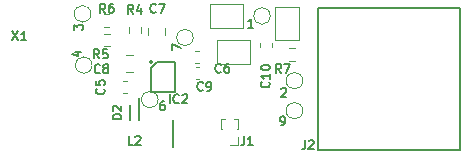
<source format=gbr>
%TF.GenerationSoftware,KiCad,Pcbnew,(5.1.10)-1*%
%TF.CreationDate,2021-10-05T14:24:33+02:00*%
%TF.ProjectId,Masterproef ultrasonic transducer,4d617374-6572-4707-926f-656620756c74,rev?*%
%TF.SameCoordinates,Original*%
%TF.FileFunction,Legend,Top*%
%TF.FilePolarity,Positive*%
%FSLAX46Y46*%
G04 Gerber Fmt 4.6, Leading zero omitted, Abs format (unit mm)*
G04 Created by KiCad (PCBNEW (5.1.10)-1) date 2021-10-05 14:24:33*
%MOMM*%
%LPD*%
G01*
G04 APERTURE LIST*
%ADD10C,0.120000*%
%ADD11C,0.200000*%
%ADD12C,0.127000*%
%ADD13C,0.150000*%
G04 APERTURE END LIST*
D10*
%TO.C,J1*%
X118906600Y-94344200D02*
X118211600Y-94344200D01*
X118906600Y-93659200D02*
X118906600Y-94344200D01*
X117603324Y-92974200D02*
X117516600Y-92974200D01*
X118906600Y-92974200D02*
X118819876Y-92974200D01*
X117516600Y-92974200D02*
X117516600Y-92099200D01*
X118906600Y-92974200D02*
X118906600Y-92099200D01*
X117817107Y-92099200D02*
X117516600Y-92099200D01*
X118906600Y-92099200D02*
X118606093Y-92099200D01*
%TO.C,JP3*%
X119928000Y-87487000D02*
X117128000Y-87487000D01*
X117128000Y-87487000D02*
X117128000Y-85487000D01*
X117128000Y-85487000D02*
X119928000Y-85487000D01*
X119928000Y-85487000D02*
X119928000Y-87487000D01*
%TO.C,JP2*%
X122088400Y-85474000D02*
X122088400Y-82674000D01*
X122088400Y-82674000D02*
X124088400Y-82674000D01*
X124088400Y-82674000D02*
X124088400Y-85474000D01*
X124088400Y-85474000D02*
X122088400Y-85474000D01*
%TO.C,JP1*%
X116543800Y-82439000D02*
X119343800Y-82439000D01*
X119343800Y-82439000D02*
X119343800Y-84439000D01*
X119343800Y-84439000D02*
X116543800Y-84439000D01*
X116543800Y-84439000D02*
X116543800Y-82439000D01*
D11*
%TO.C,D2*%
X110567800Y-90371600D02*
X110567800Y-92187600D01*
X109751800Y-90987600D02*
X109751800Y-92187600D01*
D10*
%TO.C,R7*%
X123732058Y-86142300D02*
X123257542Y-86142300D01*
X123732058Y-87187300D02*
X123257542Y-87187300D01*
%TO.C,C10*%
X120775000Y-85736820D02*
X120775000Y-86017980D01*
X121795000Y-85736820D02*
X121795000Y-86017980D01*
D12*
%TO.C,J2*%
X137723000Y-94726000D02*
X125723000Y-94726000D01*
X125723000Y-94726000D02*
X125723000Y-82726000D01*
X125723000Y-82726000D02*
X137723000Y-82726000D01*
X137723000Y-82726000D02*
X137723000Y-94726000D01*
D10*
%TO.C,9*%
X124398000Y-91440000D02*
G75*
G03*
X124398000Y-91440000I-700000J0D01*
G01*
%TO.C,7*%
X115129540Y-85242400D02*
G75*
G03*
X115129540Y-85242400I-700000J0D01*
G01*
%TO.C,6*%
X112155200Y-90500200D02*
G75*
G03*
X112155200Y-90500200I-700000J0D01*
G01*
%TO.C,4*%
X106567200Y-87579200D02*
G75*
G03*
X106567200Y-87579200I-700000J0D01*
G01*
%TO.C,3*%
X106465600Y-83235800D02*
G75*
G03*
X106465600Y-83235800I-700000J0D01*
G01*
%TO.C,2*%
X124398000Y-88900000D02*
G75*
G03*
X124398000Y-88900000I-700000J0D01*
G01*
%TO.C,1*%
X121654800Y-83413600D02*
G75*
G03*
X121654800Y-83413600I-700000J0D01*
G01*
D11*
%TO.C,L2*%
X113432600Y-94495000D02*
X113432600Y-92195000D01*
%TO.C,IC2*%
X111652020Y-87319340D02*
G75*
G03*
X111652020Y-87319340I-100000J0D01*
G01*
X111552020Y-87822340D02*
X112055020Y-87319340D01*
X111552020Y-89825340D02*
X111552020Y-87822340D01*
X113558020Y-89825340D02*
X111552020Y-89825340D01*
X113558020Y-87319340D02*
X113558020Y-89825340D01*
X112055020Y-87319340D02*
X113558020Y-87319340D01*
D10*
%TO.C,R6*%
X108025198Y-83269560D02*
X107550682Y-83269560D01*
X108025198Y-84314560D02*
X107550682Y-84314560D01*
%TO.C,R5*%
X107604022Y-85957940D02*
X108078538Y-85957940D01*
X107604022Y-84912940D02*
X108078538Y-84912940D01*
%TO.C,R4*%
X109688100Y-84375222D02*
X109688100Y-84849738D01*
X110733100Y-84375222D02*
X110733100Y-84849738D01*
%TO.C,C9*%
X115330060Y-88785160D02*
X115611220Y-88785160D01*
X115330060Y-87765160D02*
X115611220Y-87765160D01*
%TO.C,C8*%
X109481948Y-88161800D02*
X110004452Y-88161800D01*
X109481948Y-86691800D02*
X110004452Y-86691800D01*
%TO.C,C7*%
X111284080Y-84475688D02*
X111284080Y-84998192D01*
X112754080Y-84475688D02*
X112754080Y-84998192D01*
%TO.C,C6*%
X115601060Y-86360540D02*
X115319900Y-86360540D01*
X115601060Y-87380540D02*
X115319900Y-87380540D01*
%TO.C,C5*%
X109507600Y-88948800D02*
X109226440Y-88948800D01*
X109507600Y-89968800D02*
X109226440Y-89968800D01*
%TO.C,X1*%
D13*
X99799057Y-84730085D02*
X100299057Y-85480085D01*
X100299057Y-84730085D02*
X99799057Y-85480085D01*
X100977628Y-85480085D02*
X100549057Y-85480085D01*
X100763342Y-85480085D02*
X100763342Y-84730085D01*
X100691914Y-84837228D01*
X100620485Y-84908657D01*
X100549057Y-84944371D01*
%TO.C,J1*%
X119434800Y-93594685D02*
X119434800Y-94130400D01*
X119399085Y-94237542D01*
X119327657Y-94308971D01*
X119220514Y-94344685D01*
X119149085Y-94344685D01*
X120184800Y-94344685D02*
X119756228Y-94344685D01*
X119970514Y-94344685D02*
X119970514Y-93594685D01*
X119899085Y-93701828D01*
X119827657Y-93773257D01*
X119756228Y-93808971D01*
%TO.C,D2*%
X109051285Y-92141171D02*
X108301285Y-92141171D01*
X108301285Y-91962600D01*
X108337000Y-91855457D01*
X108408428Y-91784028D01*
X108479857Y-91748314D01*
X108622714Y-91712600D01*
X108729857Y-91712600D01*
X108872714Y-91748314D01*
X108944142Y-91784028D01*
X109015571Y-91855457D01*
X109051285Y-91962600D01*
X109051285Y-92141171D01*
X108372714Y-91426885D02*
X108337000Y-91391171D01*
X108301285Y-91319742D01*
X108301285Y-91141171D01*
X108337000Y-91069742D01*
X108372714Y-91034028D01*
X108444142Y-90998314D01*
X108515571Y-90998314D01*
X108622714Y-91034028D01*
X109051285Y-91462600D01*
X109051285Y-90998314D01*
%TO.C,R7*%
X122557000Y-88223285D02*
X122307000Y-87866142D01*
X122128428Y-88223285D02*
X122128428Y-87473285D01*
X122414142Y-87473285D01*
X122485571Y-87509000D01*
X122521285Y-87544714D01*
X122557000Y-87616142D01*
X122557000Y-87723285D01*
X122521285Y-87794714D01*
X122485571Y-87830428D01*
X122414142Y-87866142D01*
X122128428Y-87866142D01*
X122807000Y-87473285D02*
X123307000Y-87473285D01*
X122985571Y-88223285D01*
%TO.C,C10*%
X121552857Y-89001142D02*
X121588571Y-89036857D01*
X121624285Y-89144000D01*
X121624285Y-89215428D01*
X121588571Y-89322571D01*
X121517142Y-89394000D01*
X121445714Y-89429714D01*
X121302857Y-89465428D01*
X121195714Y-89465428D01*
X121052857Y-89429714D01*
X120981428Y-89394000D01*
X120910000Y-89322571D01*
X120874285Y-89215428D01*
X120874285Y-89144000D01*
X120910000Y-89036857D01*
X120945714Y-89001142D01*
X121624285Y-88286857D02*
X121624285Y-88715428D01*
X121624285Y-88501142D02*
X120874285Y-88501142D01*
X120981428Y-88572571D01*
X121052857Y-88644000D01*
X121088571Y-88715428D01*
X120874285Y-87822571D02*
X120874285Y-87751142D01*
X120910000Y-87679714D01*
X120945714Y-87644000D01*
X121017142Y-87608285D01*
X121160000Y-87572571D01*
X121338571Y-87572571D01*
X121481428Y-87608285D01*
X121552857Y-87644000D01*
X121588571Y-87679714D01*
X121624285Y-87751142D01*
X121624285Y-87822571D01*
X121588571Y-87894000D01*
X121552857Y-87929714D01*
X121481428Y-87965428D01*
X121338571Y-88001142D01*
X121160000Y-88001142D01*
X121017142Y-87965428D01*
X120945714Y-87929714D01*
X120910000Y-87894000D01*
X120874285Y-87822571D01*
%TO.C,J2*%
X124591000Y-93950285D02*
X124591000Y-94486000D01*
X124555285Y-94593142D01*
X124483857Y-94664571D01*
X124376714Y-94700285D01*
X124305285Y-94700285D01*
X124912428Y-94021714D02*
X124948142Y-93986000D01*
X125019571Y-93950285D01*
X125198142Y-93950285D01*
X125269571Y-93986000D01*
X125305285Y-94021714D01*
X125341000Y-94093142D01*
X125341000Y-94164571D01*
X125305285Y-94271714D01*
X124876714Y-94700285D01*
X125341000Y-94700285D01*
%TO.C,9*%
X122539142Y-92668285D02*
X122682000Y-92668285D01*
X122753428Y-92632571D01*
X122789142Y-92596857D01*
X122860571Y-92489714D01*
X122896285Y-92346857D01*
X122896285Y-92061142D01*
X122860571Y-91989714D01*
X122824857Y-91954000D01*
X122753428Y-91918285D01*
X122610571Y-91918285D01*
X122539142Y-91954000D01*
X122503428Y-91989714D01*
X122467714Y-92061142D01*
X122467714Y-92239714D01*
X122503428Y-92311142D01*
X122539142Y-92346857D01*
X122610571Y-92382571D01*
X122753428Y-92382571D01*
X122824857Y-92346857D01*
X122860571Y-92311142D01*
X122896285Y-92239714D01*
%TO.C,7*%
X113305085Y-86330600D02*
X113305085Y-85830600D01*
X114055085Y-86152028D01*
%TO.C,6*%
X112664857Y-90648285D02*
X112522000Y-90648285D01*
X112450571Y-90684000D01*
X112414857Y-90719714D01*
X112343428Y-90826857D01*
X112307714Y-90969714D01*
X112307714Y-91255428D01*
X112343428Y-91326857D01*
X112379142Y-91362571D01*
X112450571Y-91398285D01*
X112593428Y-91398285D01*
X112664857Y-91362571D01*
X112700571Y-91326857D01*
X112736285Y-91255428D01*
X112736285Y-91076857D01*
X112700571Y-91005428D01*
X112664857Y-90969714D01*
X112593428Y-90934000D01*
X112450571Y-90934000D01*
X112379142Y-90969714D01*
X112343428Y-91005428D01*
X112307714Y-91076857D01*
%TO.C,4*%
X105122285Y-86471142D02*
X105622285Y-86471142D01*
X104836571Y-86649714D02*
X105372285Y-86828285D01*
X105372285Y-86364000D01*
%TO.C,3*%
X105024685Y-84603400D02*
X105024685Y-84139114D01*
X105310400Y-84389114D01*
X105310400Y-84281971D01*
X105346114Y-84210542D01*
X105381828Y-84174828D01*
X105453257Y-84139114D01*
X105631828Y-84139114D01*
X105703257Y-84174828D01*
X105738971Y-84210542D01*
X105774685Y-84281971D01*
X105774685Y-84496257D01*
X105738971Y-84567685D01*
X105703257Y-84603400D01*
%TO.C,2*%
X122594714Y-89576714D02*
X122630428Y-89541000D01*
X122701857Y-89505285D01*
X122880428Y-89505285D01*
X122951857Y-89541000D01*
X122987571Y-89576714D01*
X123023285Y-89648142D01*
X123023285Y-89719571D01*
X122987571Y-89826714D01*
X122559000Y-90255285D01*
X123023285Y-90255285D01*
%TO.C,1*%
X120229285Y-84413285D02*
X119800714Y-84413285D01*
X120015000Y-84413285D02*
X120015000Y-83663285D01*
X119943571Y-83770428D01*
X119872142Y-83841857D01*
X119800714Y-83877571D01*
%TO.C,L2*%
X110027200Y-94324365D02*
X109670057Y-94324365D01*
X109670057Y-93574365D01*
X110241485Y-93645794D02*
X110277200Y-93610080D01*
X110348628Y-93574365D01*
X110527200Y-93574365D01*
X110598628Y-93610080D01*
X110634342Y-93645794D01*
X110670057Y-93717222D01*
X110670057Y-93788651D01*
X110634342Y-93895794D01*
X110205771Y-94324365D01*
X110670057Y-94324365D01*
%TO.C,IC2*%
X113136057Y-90814085D02*
X113136057Y-90064085D01*
X113921771Y-90742657D02*
X113886057Y-90778371D01*
X113778914Y-90814085D01*
X113707485Y-90814085D01*
X113600342Y-90778371D01*
X113528914Y-90706942D01*
X113493200Y-90635514D01*
X113457485Y-90492657D01*
X113457485Y-90385514D01*
X113493200Y-90242657D01*
X113528914Y-90171228D01*
X113600342Y-90099800D01*
X113707485Y-90064085D01*
X113778914Y-90064085D01*
X113886057Y-90099800D01*
X113921771Y-90135514D01*
X114207485Y-90135514D02*
X114243200Y-90099800D01*
X114314628Y-90064085D01*
X114493200Y-90064085D01*
X114564628Y-90099800D01*
X114600342Y-90135514D01*
X114636057Y-90206942D01*
X114636057Y-90278371D01*
X114600342Y-90385514D01*
X114171771Y-90814085D01*
X114636057Y-90814085D01*
%TO.C,R6*%
X107698000Y-83143285D02*
X107448000Y-82786142D01*
X107269428Y-83143285D02*
X107269428Y-82393285D01*
X107555142Y-82393285D01*
X107626571Y-82429000D01*
X107662285Y-82464714D01*
X107698000Y-82536142D01*
X107698000Y-82643285D01*
X107662285Y-82714714D01*
X107626571Y-82750428D01*
X107555142Y-82786142D01*
X107269428Y-82786142D01*
X108340857Y-82393285D02*
X108198000Y-82393285D01*
X108126571Y-82429000D01*
X108090857Y-82464714D01*
X108019428Y-82571857D01*
X107983714Y-82714714D01*
X107983714Y-83000428D01*
X108019428Y-83071857D01*
X108055142Y-83107571D01*
X108126571Y-83143285D01*
X108269428Y-83143285D01*
X108340857Y-83107571D01*
X108376571Y-83071857D01*
X108412285Y-83000428D01*
X108412285Y-82821857D01*
X108376571Y-82750428D01*
X108340857Y-82714714D01*
X108269428Y-82679000D01*
X108126571Y-82679000D01*
X108055142Y-82714714D01*
X108019428Y-82750428D01*
X107983714Y-82821857D01*
%TO.C,R5*%
X107164600Y-87004085D02*
X106914600Y-86646942D01*
X106736028Y-87004085D02*
X106736028Y-86254085D01*
X107021742Y-86254085D01*
X107093171Y-86289800D01*
X107128885Y-86325514D01*
X107164600Y-86396942D01*
X107164600Y-86504085D01*
X107128885Y-86575514D01*
X107093171Y-86611228D01*
X107021742Y-86646942D01*
X106736028Y-86646942D01*
X107843171Y-86254085D02*
X107486028Y-86254085D01*
X107450314Y-86611228D01*
X107486028Y-86575514D01*
X107557457Y-86539800D01*
X107736028Y-86539800D01*
X107807457Y-86575514D01*
X107843171Y-86611228D01*
X107878885Y-86682657D01*
X107878885Y-86861228D01*
X107843171Y-86932657D01*
X107807457Y-86968371D01*
X107736028Y-87004085D01*
X107557457Y-87004085D01*
X107486028Y-86968371D01*
X107450314Y-86932657D01*
%TO.C,R4*%
X110060200Y-83219485D02*
X109810200Y-82862342D01*
X109631628Y-83219485D02*
X109631628Y-82469485D01*
X109917342Y-82469485D01*
X109988771Y-82505200D01*
X110024485Y-82540914D01*
X110060200Y-82612342D01*
X110060200Y-82719485D01*
X110024485Y-82790914D01*
X109988771Y-82826628D01*
X109917342Y-82862342D01*
X109631628Y-82862342D01*
X110703057Y-82719485D02*
X110703057Y-83219485D01*
X110524485Y-82433771D02*
X110345914Y-82969485D01*
X110810200Y-82969485D01*
%TO.C,C9*%
X115953000Y-89675857D02*
X115917285Y-89711571D01*
X115810142Y-89747285D01*
X115738714Y-89747285D01*
X115631571Y-89711571D01*
X115560142Y-89640142D01*
X115524428Y-89568714D01*
X115488714Y-89425857D01*
X115488714Y-89318714D01*
X115524428Y-89175857D01*
X115560142Y-89104428D01*
X115631571Y-89033000D01*
X115738714Y-88997285D01*
X115810142Y-88997285D01*
X115917285Y-89033000D01*
X115953000Y-89068714D01*
X116310142Y-89747285D02*
X116453000Y-89747285D01*
X116524428Y-89711571D01*
X116560142Y-89675857D01*
X116631571Y-89568714D01*
X116667285Y-89425857D01*
X116667285Y-89140142D01*
X116631571Y-89068714D01*
X116595857Y-89033000D01*
X116524428Y-88997285D01*
X116381571Y-88997285D01*
X116310142Y-89033000D01*
X116274428Y-89068714D01*
X116238714Y-89140142D01*
X116238714Y-89318714D01*
X116274428Y-89390142D01*
X116310142Y-89425857D01*
X116381571Y-89461571D01*
X116524428Y-89461571D01*
X116595857Y-89425857D01*
X116631571Y-89390142D01*
X116667285Y-89318714D01*
%TO.C,C8*%
X107240800Y-88202657D02*
X107205085Y-88238371D01*
X107097942Y-88274085D01*
X107026514Y-88274085D01*
X106919371Y-88238371D01*
X106847942Y-88166942D01*
X106812228Y-88095514D01*
X106776514Y-87952657D01*
X106776514Y-87845514D01*
X106812228Y-87702657D01*
X106847942Y-87631228D01*
X106919371Y-87559800D01*
X107026514Y-87524085D01*
X107097942Y-87524085D01*
X107205085Y-87559800D01*
X107240800Y-87595514D01*
X107669371Y-87845514D02*
X107597942Y-87809800D01*
X107562228Y-87774085D01*
X107526514Y-87702657D01*
X107526514Y-87666942D01*
X107562228Y-87595514D01*
X107597942Y-87559800D01*
X107669371Y-87524085D01*
X107812228Y-87524085D01*
X107883657Y-87559800D01*
X107919371Y-87595514D01*
X107955085Y-87666942D01*
X107955085Y-87702657D01*
X107919371Y-87774085D01*
X107883657Y-87809800D01*
X107812228Y-87845514D01*
X107669371Y-87845514D01*
X107597942Y-87881228D01*
X107562228Y-87916942D01*
X107526514Y-87988371D01*
X107526514Y-88131228D01*
X107562228Y-88202657D01*
X107597942Y-88238371D01*
X107669371Y-88274085D01*
X107812228Y-88274085D01*
X107883657Y-88238371D01*
X107919371Y-88202657D01*
X107955085Y-88131228D01*
X107955085Y-87988371D01*
X107919371Y-87916942D01*
X107883657Y-87881228D01*
X107812228Y-87845514D01*
%TO.C,C7*%
X111949960Y-83074397D02*
X111914245Y-83110111D01*
X111807102Y-83145825D01*
X111735674Y-83145825D01*
X111628531Y-83110111D01*
X111557102Y-83038682D01*
X111521388Y-82967254D01*
X111485674Y-82824397D01*
X111485674Y-82717254D01*
X111521388Y-82574397D01*
X111557102Y-82502968D01*
X111628531Y-82431540D01*
X111735674Y-82395825D01*
X111807102Y-82395825D01*
X111914245Y-82431540D01*
X111949960Y-82467254D01*
X112199960Y-82395825D02*
X112699960Y-82395825D01*
X112378531Y-83145825D01*
%TO.C,C6*%
X117477000Y-88151857D02*
X117441285Y-88187571D01*
X117334142Y-88223285D01*
X117262714Y-88223285D01*
X117155571Y-88187571D01*
X117084142Y-88116142D01*
X117048428Y-88044714D01*
X117012714Y-87901857D01*
X117012714Y-87794714D01*
X117048428Y-87651857D01*
X117084142Y-87580428D01*
X117155571Y-87509000D01*
X117262714Y-87473285D01*
X117334142Y-87473285D01*
X117441285Y-87509000D01*
X117477000Y-87544714D01*
X118119857Y-87473285D02*
X117977000Y-87473285D01*
X117905571Y-87509000D01*
X117869857Y-87544714D01*
X117798428Y-87651857D01*
X117762714Y-87794714D01*
X117762714Y-88080428D01*
X117798428Y-88151857D01*
X117834142Y-88187571D01*
X117905571Y-88223285D01*
X118048428Y-88223285D01*
X118119857Y-88187571D01*
X118155571Y-88151857D01*
X118191285Y-88080428D01*
X118191285Y-87901857D01*
X118155571Y-87830428D01*
X118119857Y-87794714D01*
X118048428Y-87759000D01*
X117905571Y-87759000D01*
X117834142Y-87794714D01*
X117798428Y-87830428D01*
X117762714Y-87901857D01*
%TO.C,C5*%
X107582857Y-89583800D02*
X107618571Y-89619514D01*
X107654285Y-89726657D01*
X107654285Y-89798085D01*
X107618571Y-89905228D01*
X107547142Y-89976657D01*
X107475714Y-90012371D01*
X107332857Y-90048085D01*
X107225714Y-90048085D01*
X107082857Y-90012371D01*
X107011428Y-89976657D01*
X106940000Y-89905228D01*
X106904285Y-89798085D01*
X106904285Y-89726657D01*
X106940000Y-89619514D01*
X106975714Y-89583800D01*
X106904285Y-88905228D02*
X106904285Y-89262371D01*
X107261428Y-89298085D01*
X107225714Y-89262371D01*
X107190000Y-89190942D01*
X107190000Y-89012371D01*
X107225714Y-88940942D01*
X107261428Y-88905228D01*
X107332857Y-88869514D01*
X107511428Y-88869514D01*
X107582857Y-88905228D01*
X107618571Y-88940942D01*
X107654285Y-89012371D01*
X107654285Y-89190942D01*
X107618571Y-89262371D01*
X107582857Y-89298085D01*
%TD*%
M02*

</source>
